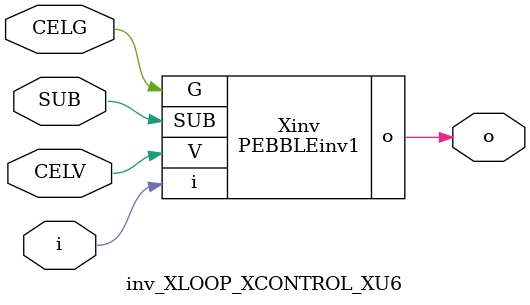
<source format=v>



module PEBBLEinv1 ( o, G, SUB, V, i );

  input V;
  input i;
  input G;
  output o;
  input SUB;
endmodule

//Celera Confidential Do Not Copy inv_XLOOP_XCONTROL_XU6
//Celera Confidential Symbol Generator
//5V Inverter
module inv_XLOOP_XCONTROL_XU6 (CELV,CELG,i,o,SUB);
input CELV;
input CELG;
input i;
input SUB;
output o;

//Celera Confidential Do Not Copy inv
PEBBLEinv1 Xinv(
.V (CELV),
.i (i),
.o (o),
.SUB (SUB),
.G (CELG)
);
//,diesize,PEBBLEinv1

//Celera Confidential Do Not Copy Module End
//Celera Schematic Generator
endmodule

</source>
